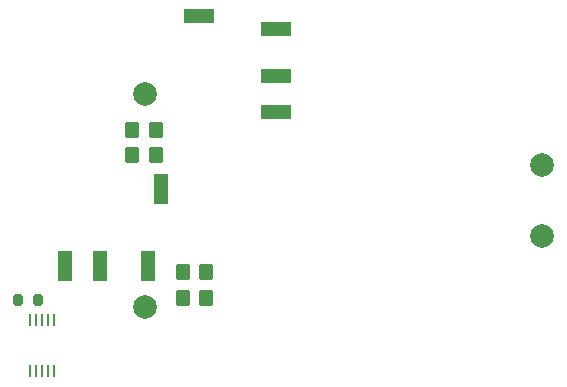
<source format=gbp>
%TF.GenerationSoftware,KiCad,Pcbnew,(7.0.0)*%
%TF.CreationDate,2023-03-27T21:21:58+02:00*%
%TF.ProjectId,220AC-mini-C3-board,32323041-432d-46d6-996e-692d43332d62,rev?*%
%TF.SameCoordinates,Original*%
%TF.FileFunction,Paste,Bot*%
%TF.FilePolarity,Positive*%
%FSLAX46Y46*%
G04 Gerber Fmt 4.6, Leading zero omitted, Abs format (unit mm)*
G04 Created by KiCad (PCBNEW (7.0.0)) date 2023-03-27 21:21:58*
%MOMM*%
%LPD*%
G01*
G04 APERTURE LIST*
G04 Aperture macros list*
%AMRoundRect*
0 Rectangle with rounded corners*
0 $1 Rounding radius*
0 $2 $3 $4 $5 $6 $7 $8 $9 X,Y pos of 4 corners*
0 Add a 4 corners polygon primitive as box body*
4,1,4,$2,$3,$4,$5,$6,$7,$8,$9,$2,$3,0*
0 Add four circle primitives for the rounded corners*
1,1,$1+$1,$2,$3*
1,1,$1+$1,$4,$5*
1,1,$1+$1,$6,$7*
1,1,$1+$1,$8,$9*
0 Add four rect primitives between the rounded corners*
20,1,$1+$1,$2,$3,$4,$5,0*
20,1,$1+$1,$4,$5,$6,$7,0*
20,1,$1+$1,$6,$7,$8,$9,0*
20,1,$1+$1,$8,$9,$2,$3,0*%
G04 Aperture macros list end*
%ADD10C,2.000000*%
%ADD11RoundRect,0.250000X0.350000X0.450000X-0.350000X0.450000X-0.350000X-0.450000X0.350000X-0.450000X0*%
%ADD12R,1.200000X2.500000*%
%ADD13RoundRect,0.200000X-0.200000X-0.275000X0.200000X-0.275000X0.200000X0.275000X-0.200000X0.275000X0*%
%ADD14RoundRect,0.250000X-0.350000X-0.450000X0.350000X-0.450000X0.350000X0.450000X-0.350000X0.450000X0*%
%ADD15R,0.250000X1.100000*%
%ADD16R,2.500000X1.200000*%
G04 APERTURE END LIST*
D10*
%TO.C,PS1*%
X156300000Y-81250000D03*
X156300000Y-75250000D03*
X122700000Y-87250000D03*
X122700000Y-69250000D03*
%TD*%
D11*
%TO.C,R6*%
X127900000Y-86500000D03*
X125900000Y-86500000D03*
%TD*%
D12*
%TO.C,J3*%
X118924999Y-83749999D03*
X115924999Y-83749999D03*
X124024999Y-77249999D03*
X122924999Y-83749999D03*
%TD*%
D13*
%TO.C,R8*%
X111975000Y-86700000D03*
X113625000Y-86700000D03*
%TD*%
D14*
%TO.C,R7*%
X125900000Y-84300000D03*
X127900000Y-84300000D03*
%TD*%
D15*
%TO.C,U2*%
X112999999Y-88399999D03*
X113499999Y-88399999D03*
X113999999Y-88399999D03*
X114499999Y-88399999D03*
X114999999Y-88399999D03*
X114999999Y-92699999D03*
X114499999Y-92699999D03*
X113999999Y-92699999D03*
X113499999Y-92699999D03*
X112999999Y-92699999D03*
%TD*%
D11*
%TO.C,R4*%
X123600000Y-74400000D03*
X121600000Y-74400000D03*
%TD*%
%TO.C,R5*%
X123600000Y-72300000D03*
X121600000Y-72300000D03*
%TD*%
D16*
%TO.C,J6*%
X133795112Y-67724790D03*
X133795112Y-70724790D03*
X127295112Y-62624790D03*
X133795112Y-63724790D03*
%TD*%
M02*

</source>
